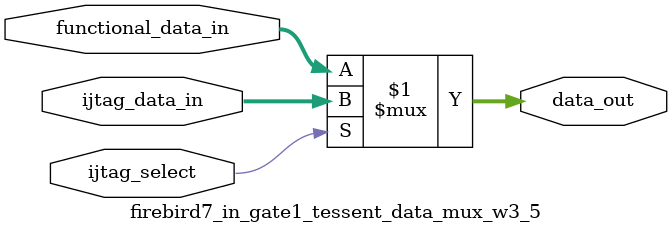
<source format=sv>

module firebird7_in_gate1_tessent_data_mux_w3_5 (
  input wire ijtag_select,
  input wire [2:0]  functional_data_in,
  input wire [2:0]  ijtag_data_in,
  output wire [2:0] data_out
);
assign data_out = (ijtag_select) ? ijtag_data_in : functional_data_in;
endmodule

</source>
